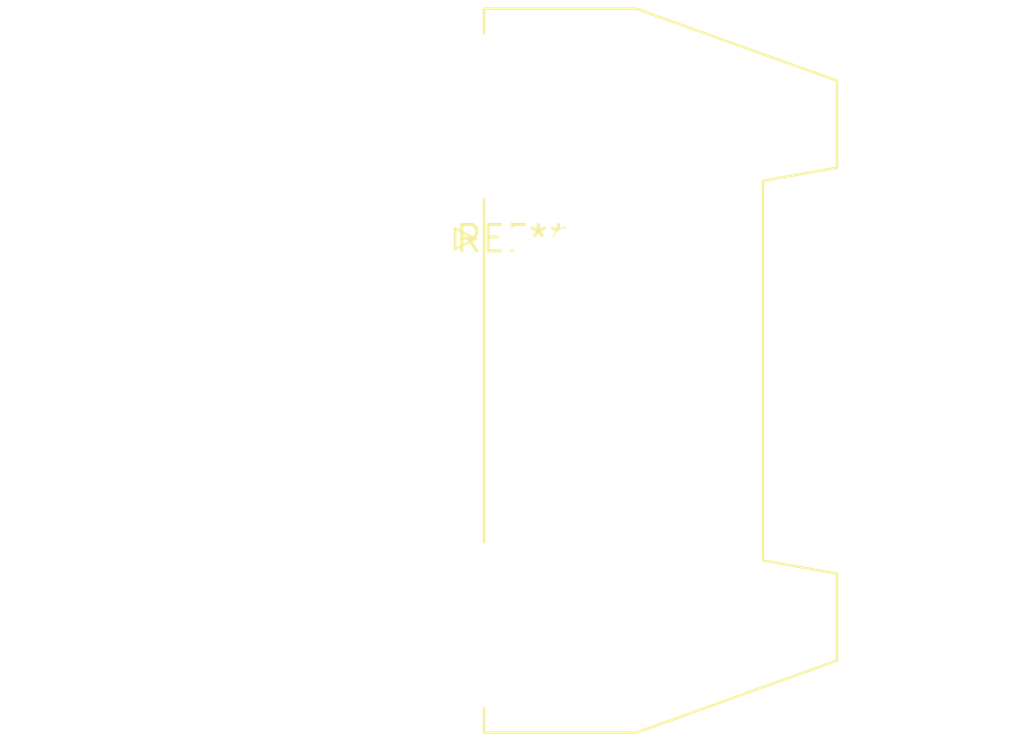
<source format=kicad_pcb>
(kicad_pcb (version 20240108) (generator pcbnew)
  (layers (0 "F.Cu" signal) (31 "B.Cu" signal) (34 "B.Paste" user) (35 "F.Paste" user) (36 "B.SilkS" user "B.Silkscreen") (37 "F.SilkS" user "F.Silkscreen") (38 "B.Mask" user) (39 "F.Mask" user) (44 "Edge.Cuts" user))
  (net 0 "")
  (footprint "IDC-Header_2x06-1MP_P2.54mm_Latch_Horizontal" (layer "F.Cu") (at 0 0)
    (property "Reference" "REF**")
    (property "Value" "IDC-Header_2x06-1MP_P2.54mm_Latch_Horizontal")
    (fp_line (start -2.74 -0.5) (end -2.74 0.5) (layer "F.SilkS") (stroke (width 0.12)))
    (fp_line (start -2.74 0.5) (end -1.74 0) (layer "F.SilkS") (stroke (width 0.12)))
    (fp_line (start -1.74 0) (end -2.74 -0.5) (layer "F.SilkS") (stroke (width 0.12)))
    (fp_line (start -1.35 -11.08) (end -1.35 -9.905) (layer "F.SilkS") (stroke (width 0.12)))
    (fp_line (start -1.35 -11.08) (end 5.98 -11.08) (layer "F.SilkS") (stroke (width 0.12)))
    (fp_line (start -1.35 -1.905) (end -1.35 14.605) (layer "F.SilkS") (stroke (width 0.12)))
    (fp_line (start -1.35 22.605) (end -1.35 23.78) (layer "F.SilkS") (stroke (width 0.12)))
    (fp_line (start 5.98 -11.08) (end 15.64 -7.61) (layer "F.SilkS") (stroke (width 0.12)))
    (fp_line (start 5.98 23.78) (end -1.35 23.78) (layer "F.SilkS") (stroke (width 0.12)))
    (fp_line (start 12.08 -2.79) (end 12.08 15.49) (layer "F.SilkS") (stroke (width 0.12)))
    (fp_line (start 12.08 15.49) (end 15.64 16.12) (layer "F.SilkS") (stroke (width 0.12)))
    (fp_line (start 15.64 -7.61) (end 15.64 -3.42) (layer "F.SilkS") (stroke (width 0.12)))
    (fp_line (start 15.64 -3.42) (end 12.08 -2.79) (layer "F.SilkS") (stroke (width 0.12)))
    (fp_line (start 15.64 16.12) (end 15.64 20.31) (layer "F.SilkS") (stroke (width 0.12)))
    (fp_line (start 15.64 20.31) (end 5.98 23.78) (layer "F.SilkS") (stroke (width 0.12)))
    (pad "1" thru_hole roundrect (at 0 0) (size 1.7 1.7) (drill 1) (layers *.Cu *.Mask) (remove_unused_layers) (roundrect_rratio 0.147059))
    (pad "2" thru_hole circle (at 2.54 0) (size 1.7 1.7) (drill 1) (layers *.Cu *.Mask) (remove_unused_layers))
    (pad "3" thru_hole circle (at 0 2.54) (size 1.7 1.7) (drill 1) (layers *.Cu *.Mask) (remove_unused_layers))
    (pad "4" thru_hole circle (at 2.54 2.54) (size 1.7 1.7) (drill 1) (layers *.Cu *.Mask) (remove_unused_layers))
    (pad "5" thru_hole circle (at 0 5.08) (size 1.7 1.7) (drill 1) (layers *.Cu *.Mask) (remove_unused_layers))
    (pad "6" thru_hole circle (at 2.54 5.08) (size 1.7 1.7) (drill 1) (layers *.Cu *.Mask) (remove_unused_layers))
    (pad "7" thru_hole circle (at 0 7.62) (size 1.7 1.7) (drill 1) (layers *.Cu *.Mask) (remove_unused_layers))
    (pad "8" thru_hole circle (at 2.54 7.62) (size 1.7 1.7) (drill 1) (layers *.Cu *.Mask) (remove_unused_layers))
    (pad "9" thru_hole circle (at 0 10.16) (size 1.7 1.7) (drill 1) (layers *.Cu *.Mask) (remove_unused_layers))
    (pad "10" thru_hole circle (at 2.54 10.16) (size 1.7 1.7) (drill 1) (layers *.Cu *.Mask) (remove_unused_layers))
    (pad "11" thru_hole circle (at 0 12.7) (size 1.7 1.7) (drill 1) (layers *.Cu *.Mask) (remove_unused_layers))
    (pad "12" thru_hole circle (at 2.54 12.7) (size 1.7 1.7) (drill 1) (layers *.Cu *.Mask) (remove_unused_layers))
    (pad "MP" thru_hole circle (at 1.8 -5.905) (size 8 8) (drill 2.69) (layers *.Cu *.Mask) (remove_unused_layers))
    (pad "MP" thru_hole circle (at 1.8 18.605) (size 8 8) (drill 2.69) (layers *.Cu *.Mask) (remove_unused_layers))
  )
)
</source>
